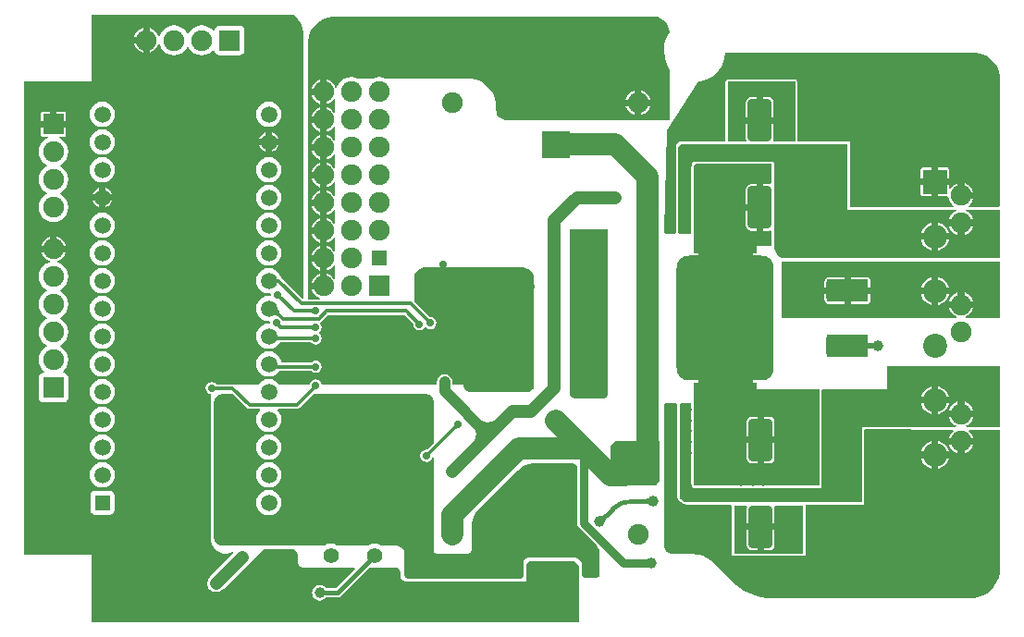
<source format=gtl>
G04 Layer_Physical_Order=1*
G04 Layer_Color=16776960*
%FSLAX43Y43*%
%MOMM*%
G71*
G01*
G75*
%ADD10C,0.400*%
G04:AMPARAMS|DCode=11|XSize=2.08mm|YSize=3.81mm|CornerRadius=0.26mm|HoleSize=0mm|Usage=FLASHONLY|Rotation=90.000|XOffset=0mm|YOffset=0mm|HoleType=Round|Shape=RoundedRectangle|*
%AMROUNDEDRECTD11*
21,1,2.080,3.290,0,0,90.0*
21,1,1.560,3.810,0,0,90.0*
1,1,0.520,1.645,0.780*
1,1,0.520,1.645,-0.780*
1,1,0.520,-1.645,-0.780*
1,1,0.520,-1.645,0.780*
%
%ADD11ROUNDEDRECTD11*%
G04:AMPARAMS|DCode=12|XSize=11.43mm|YSize=8.89mm|CornerRadius=1.111mm|HoleSize=0mm|Usage=FLASHONLY|Rotation=90.000|XOffset=0mm|YOffset=0mm|HoleType=Round|Shape=RoundedRectangle|*
%AMROUNDEDRECTD12*
21,1,11.430,6.668,0,0,90.0*
21,1,9.207,8.890,0,0,90.0*
1,1,2.223,3.334,4.604*
1,1,2.223,3.334,-4.604*
1,1,2.223,-3.334,-4.604*
1,1,2.223,-3.334,4.604*
%
%ADD12ROUNDEDRECTD12*%
G04:AMPARAMS|DCode=13|XSize=2.12mm|YSize=3.86mm|CornerRadius=0.265mm|HoleSize=0mm|Usage=FLASHONLY|Rotation=180.000|XOffset=0mm|YOffset=0mm|HoleType=Round|Shape=RoundedRectangle|*
%AMROUNDEDRECTD13*
21,1,2.120,3.330,0,0,180.0*
21,1,1.590,3.860,0,0,180.0*
1,1,0.530,-0.795,1.665*
1,1,0.530,0.795,1.665*
1,1,0.530,0.795,-1.665*
1,1,0.530,-0.795,-1.665*
%
%ADD13ROUNDEDRECTD13*%
%ADD14C,1.200*%
%ADD15C,1.000*%
%ADD16C,0.300*%
%ADD17C,2.000*%
%ADD18C,0.750*%
%ADD19C,0.500*%
%ADD20C,2.200*%
%ADD21R,2.200X2.200*%
%ADD22C,1.900*%
%ADD23R,1.900X1.900*%
%ADD24R,1.900X1.900*%
%ADD25R,1.400X1.400*%
%ADD26C,1.500*%
%ADD27C,1.400*%
%ADD28R,1.400X1.400*%
%ADD29C,1.000*%
%ADD30C,0.700*%
G36*
X89495Y33200D02*
Y28000D01*
X86454D01*
X86358Y28040D01*
Y28177D01*
X86523Y28246D01*
X86763Y28430D01*
X86947Y28670D01*
X87063Y28950D01*
X87063Y28950D01*
X85943D01*
X84823D01*
X84823Y28950D01*
X84938Y28670D01*
X85123Y28430D01*
X85363Y28246D01*
X85528Y28177D01*
Y28040D01*
X85432Y28000D01*
X69500D01*
X69500Y33200D01*
X89495Y33200D01*
D02*
G37*
G36*
X58367Y13364D02*
X58367D01*
X58367Y13295D01*
X58340Y13160D01*
X58287Y13033D01*
X58211Y12918D01*
X58113Y12821D01*
X57999Y12744D01*
X57871Y12691D01*
X57736Y12664D01*
X53867D01*
X53867Y16084D01*
X53867Y16084D01*
X53878Y16207D01*
X53893Y16283D01*
X53944Y16406D01*
X54019Y16518D01*
X54113Y16612D01*
X54225Y16687D01*
X54349Y16738D01*
X54480Y16764D01*
X54547Y16764D01*
X58367Y16764D01*
X58367Y13364D01*
D02*
G37*
G36*
X68567Y42164D02*
Y40351D01*
X68440Y40272D01*
X68306Y40298D01*
X67811D01*
Y38159D01*
Y36020D01*
X68306D01*
X68440Y36047D01*
X68567Y35968D01*
Y34600D01*
X67267Y34600D01*
Y33926D01*
X66880D01*
Y28000D01*
Y22074D01*
X67267D01*
Y21500D01*
X72967Y21500D01*
X72967Y12754D01*
X72877Y12664D01*
X61667Y12664D01*
X61627Y12664D01*
X61554Y12695D01*
X61497Y12751D01*
X61467Y12824D01*
X61467Y12864D01*
Y15618D01*
X61473Y15664D01*
X61467Y15710D01*
Y16618D01*
X61473Y16664D01*
X61467Y16710D01*
Y17618D01*
X61473Y17664D01*
X61467Y17710D01*
Y18618D01*
X61473Y18664D01*
X61467Y18710D01*
Y19618D01*
X61473Y19664D01*
X61467Y19710D01*
Y22074D01*
X61880D01*
Y28000D01*
Y33926D01*
X61467D01*
Y41864D01*
Y41924D01*
X61513Y42034D01*
X61597Y42119D01*
X61707Y42164D01*
X61767Y42164D01*
X61767Y42164D01*
X68567Y42164D01*
D02*
G37*
G36*
X50117Y42664D02*
X47617D01*
Y45164D01*
X47617Y45164D01*
X50117D01*
Y42664D01*
D02*
G37*
G36*
X70767Y49664D02*
X70767Y44164D01*
X68802Y44164D01*
X68792Y44184D01*
X68748Y44291D01*
X68781Y44454D01*
Y45819D01*
X67511D01*
X66242D01*
Y44454D01*
X66275Y44291D01*
X66231Y44184D01*
X66220Y44164D01*
X64567Y44164D01*
X64567Y49664D01*
X70767Y49664D01*
D02*
G37*
G36*
X26617Y28419D02*
X26597Y28437D01*
X26576Y28453D01*
X26553Y28467D01*
X26528Y28480D01*
X26501Y28490D01*
X26473Y28499D01*
X26442Y28505D01*
X26410Y28510D01*
X26376Y28513D01*
X26341Y28514D01*
Y28814D01*
X26376Y28815D01*
X26410Y28818D01*
X26442Y28823D01*
X26473Y28829D01*
X26501Y28838D01*
X26528Y28848D01*
X26553Y28861D01*
X26576Y28875D01*
X26597Y28891D01*
X26617Y28909D01*
Y28419D01*
D02*
G37*
G36*
X18367Y21064D02*
X19281D01*
X20548Y19798D01*
X20663Y19720D01*
X20800Y19693D01*
X21731D01*
X21771Y19573D01*
X21762Y19565D01*
X21577Y19325D01*
X21462Y19045D01*
X21422Y18745D01*
X21462Y18445D01*
X21577Y18165D01*
X21762Y17925D01*
X22002Y17741D01*
X22282Y17625D01*
X22582Y17585D01*
X22882Y17625D01*
X23162Y17741D01*
X23402Y17925D01*
X23586Y18165D01*
X23702Y18445D01*
X23742Y18745D01*
X23702Y19045D01*
X23586Y19325D01*
X23402Y19565D01*
X23392Y19573D01*
X23433Y19693D01*
X25125D01*
X25262Y19720D01*
X25377Y19798D01*
X26644Y21064D01*
X36967D01*
Y21064D01*
X37036Y21064D01*
X37171Y21037D01*
X37299Y20985D01*
X37413Y20908D01*
X37511Y20811D01*
X37587Y20696D01*
X37640Y20569D01*
X37667Y20433D01*
X37667Y16569D01*
X37064Y15966D01*
X37017Y15975D01*
X36802Y15932D01*
X36620Y15811D01*
X36499Y15629D01*
X36456Y15414D01*
X36499Y15200D01*
X36620Y15018D01*
X36802Y14896D01*
X37017Y14854D01*
X37232Y14896D01*
X37413Y15018D01*
X37535Y15200D01*
X37540Y15224D01*
X37667Y15212D01*
X37667Y12664D01*
X37667Y6764D01*
X37673Y6706D01*
X37718Y6598D01*
X37800Y6515D01*
X37908Y6470D01*
X37967Y6464D01*
X40767Y6464D01*
X40845Y6472D01*
X40989Y6532D01*
X41100Y6642D01*
X41159Y6786D01*
X41167Y6864D01*
X41167Y8940D01*
X41167Y9165D01*
X41255Y9606D01*
X41427Y10021D01*
X41677Y10395D01*
X41836Y10554D01*
X45377Y14096D01*
X45377D01*
X45377Y14096D01*
X45536Y14255D01*
X45910Y14504D01*
X46325Y14677D01*
X46766Y14764D01*
X46991Y14764D01*
X50267Y14764D01*
Y14764D01*
X50366Y14764D01*
X50550Y14688D01*
X50691Y14548D01*
X50767Y14364D01*
X50767Y14264D01*
X50767Y11946D01*
Y9406D01*
X50771Y9325D01*
X50781Y9276D01*
Y9264D01*
X50825Y9040D01*
X50952Y8850D01*
X52558Y7245D01*
X52679Y7062D01*
X52804Y6762D01*
X52867Y6444D01*
X52867Y6281D01*
X52867Y4564D01*
X52867D01*
X52867Y4505D01*
X52821Y4394D01*
X52737Y4310D01*
X52627Y4264D01*
X52567Y4264D01*
X51567Y4264D01*
X51507Y4264D01*
X51397Y4310D01*
X51313Y4394D01*
X51267Y4505D01*
X51267Y4564D01*
X51267Y5450D01*
X51267D01*
X51255Y5570D01*
X51164Y5791D01*
X50994Y5961D01*
X50773Y6052D01*
X50653Y6064D01*
X46267Y6064D01*
Y6064D01*
X46189Y6057D01*
X46045Y5997D01*
X45934Y5887D01*
X45875Y5742D01*
X45867Y5664D01*
X45867Y4464D01*
X45867D01*
Y4405D01*
X45821Y4294D01*
X45737Y4210D01*
X45627Y4164D01*
X45567D01*
X35367Y4164D01*
X35287D01*
X35140Y4225D01*
X35028Y4338D01*
X34967Y4485D01*
X34967Y6564D01*
X34967D01*
X34955Y6681D01*
X34866Y6898D01*
X34700Y7063D01*
X34484Y7153D01*
X34367Y7164D01*
X32901D01*
X32822Y7225D01*
X32554Y7336D01*
X32267Y7374D01*
X31980Y7336D01*
X31712Y7225D01*
X31633Y7164D01*
X28901D01*
X28822Y7225D01*
X28554Y7336D01*
X28267Y7374D01*
X27980Y7336D01*
X27712Y7225D01*
X27633Y7164D01*
X18367Y7164D01*
X18288D01*
X18134Y7195D01*
X17988Y7255D01*
X17857Y7343D01*
X17746Y7454D01*
X17658Y7585D01*
X17598Y7731D01*
X17567Y7885D01*
Y12664D01*
Y20264D01*
X17567Y20343D01*
X17598Y20498D01*
X17658Y20643D01*
X17746Y20774D01*
X17857Y20886D01*
X17988Y20973D01*
X18134Y21034D01*
X18288Y21064D01*
X18367Y21064D01*
D02*
G37*
G36*
X23333Y29022D02*
X23506Y28591D01*
X23537Y28532D01*
X23568Y28481D01*
X23599Y28439D01*
X23628Y28405D01*
X23488Y28121D01*
X23441Y28162D01*
X23389Y28196D01*
X23334Y28222D01*
X23274Y28241D01*
X23210Y28252D01*
X23141Y28256D01*
X23069Y28252D01*
X22992Y28241D01*
X22911Y28222D01*
X22825Y28196D01*
X23296Y29134D01*
X23333Y29022D01*
D02*
G37*
G36*
X59767Y20264D02*
X59803Y20264D01*
X59869Y20237D01*
X59910Y20196D01*
X59947Y20084D01*
Y20084D01*
X59947Y19965D01*
X59947Y11864D01*
X59951Y11776D01*
X59986Y11603D01*
X60053Y11440D01*
X60151Y11293D01*
X60276Y11169D01*
X60423Y11071D01*
X60455Y11057D01*
X60457Y11055D01*
X60585Y11003D01*
X60604Y10999D01*
X60623Y10991D01*
X60758Y10964D01*
X60778Y10964D01*
X60798Y10960D01*
X60867Y10960D01*
X64877Y10960D01*
X64963Y10864D01*
X64963Y6464D01*
X64967Y6445D01*
Y6264D01*
X65147D01*
X65167Y6260D01*
X71378Y6260D01*
X71378Y6260D01*
X71379Y6260D01*
X71398Y6264D01*
X71686D01*
X71686Y10960D01*
X76767Y10960D01*
X76787Y10964D01*
X76967D01*
X76986Y10966D01*
X77022Y10981D01*
X77050Y11009D01*
X77065Y11045D01*
X77067Y11064D01*
X77067Y11064D01*
Y11238D01*
X77071Y11258D01*
X77071Y11258D01*
X77071Y11258D01*
X77071Y11265D01*
Y17794D01*
X77082Y17821D01*
X77110Y17849D01*
X77138Y17860D01*
X77651D01*
X85212Y17799D01*
X85254Y17671D01*
X85123Y17570D01*
X84938Y17330D01*
X84823Y17051D01*
X84823Y17050D01*
X85943D01*
X87063D01*
X87063Y17051D01*
X86947Y17330D01*
X86763Y17570D01*
X86646Y17660D01*
X86690Y17787D01*
X89495Y17764D01*
X89495Y4995D01*
X89495Y4740D01*
X89395Y4242D01*
X89201Y3773D01*
X88919Y3350D01*
X88559Y2991D01*
X88137Y2708D01*
X87667Y2514D01*
X87169Y2415D01*
X86915Y2415D01*
X86915Y2415D01*
Y2415D01*
X68403Y2415D01*
X68179Y2415D01*
X67734Y2459D01*
X67295Y2546D01*
X66867Y2676D01*
X66453Y2847D01*
X66059Y3058D01*
X65687Y3307D01*
X65341Y3590D01*
X65183Y3749D01*
X65183Y3749D01*
X63348Y5583D01*
X63247Y5679D01*
X63032Y5856D01*
X62800Y6010D01*
X62555Y6142D01*
X62297Y6248D01*
X62031Y6329D01*
X61758Y6384D01*
X61481Y6411D01*
X61341Y6414D01*
X61341Y6414D01*
X61341Y6414D01*
X59503Y6414D01*
X59341Y6446D01*
X59189Y6510D01*
X59051Y6601D01*
X58934Y6718D01*
X58843Y6856D01*
X58779Y7008D01*
X58747Y7170D01*
X58747Y7253D01*
X58747D01*
X58747Y10184D01*
X58747Y20045D01*
X58747Y20088D01*
X58781Y20169D01*
X58842Y20231D01*
X58923Y20264D01*
X58967Y20264D01*
X58967Y20264D01*
X59767Y20264D01*
D02*
G37*
G36*
X24969Y55673D02*
X25276Y55367D01*
X25517Y55006D01*
X25682Y54606D01*
X25767Y54181D01*
X25767Y53964D01*
X25767Y53964D01*
X25767Y53964D01*
X25767Y39139D01*
X25767Y29849D01*
X25640Y29796D01*
X23738Y31698D01*
X23706Y31719D01*
X23702Y31746D01*
X23586Y32025D01*
X23402Y32265D01*
X23162Y32450D01*
X22882Y32566D01*
X22582Y32605D01*
X22282Y32566D01*
X22002Y32450D01*
X21762Y32265D01*
X21577Y32025D01*
X21462Y31746D01*
X21422Y31445D01*
X21462Y31145D01*
X21577Y30865D01*
X21762Y30625D01*
X22002Y30441D01*
X22282Y30325D01*
X22582Y30285D01*
X22729Y30305D01*
X22816Y30212D01*
X22806Y30164D01*
X22811Y30139D01*
X22724Y30046D01*
X22582Y30065D01*
X22282Y30026D01*
X22002Y29910D01*
X21762Y29725D01*
X21577Y29485D01*
X21462Y29205D01*
X21422Y28905D01*
X21462Y28605D01*
X21577Y28325D01*
X21762Y28085D01*
X22002Y27901D01*
X22282Y27785D01*
X22582Y27745D01*
X22638Y27753D01*
X22725Y27660D01*
X22706Y27564D01*
X22660Y27515D01*
X22582Y27525D01*
X22282Y27486D01*
X22002Y27370D01*
X21762Y27185D01*
X21577Y26945D01*
X21462Y26666D01*
X21422Y26365D01*
X21462Y26065D01*
X21577Y25785D01*
X21762Y25545D01*
X22002Y25361D01*
X22282Y25245D01*
X22582Y25205D01*
X22882Y25245D01*
X23162Y25361D01*
X23402Y25545D01*
X23586Y25785D01*
X23596Y25807D01*
X26444D01*
X26470Y25768D01*
X26652Y25646D01*
X26867Y25604D01*
X27082Y25646D01*
X27263Y25768D01*
X27385Y25950D01*
X27428Y26164D01*
X27385Y26379D01*
X27263Y26561D01*
X27204Y26601D01*
Y26728D01*
X27263Y26768D01*
X27385Y26950D01*
X27428Y27164D01*
X27385Y27379D01*
X27301Y27504D01*
X27302Y27536D01*
X27333Y27650D01*
X27339Y27658D01*
X27419Y27712D01*
X27958Y28250D01*
X35076D01*
X35815Y27511D01*
X35806Y27464D01*
X35849Y27250D01*
X35970Y27068D01*
X36152Y26946D01*
X36367Y26904D01*
X36582Y26946D01*
X36763Y27068D01*
X36824Y27158D01*
X36970Y27168D01*
X37152Y27046D01*
X37367Y27004D01*
X37582Y27046D01*
X37763Y27168D01*
X37885Y27350D01*
X37928Y27564D01*
X37885Y27779D01*
X37763Y27961D01*
X37582Y28082D01*
X37367Y28125D01*
X37320Y28116D01*
X35867Y29569D01*
X35867Y31763D01*
X35905Y31956D01*
X35981Y32138D01*
X36090Y32302D01*
X36229Y32441D01*
X36393Y32550D01*
X36575Y32626D01*
X36768Y32664D01*
X36867D01*
X36867Y32664D01*
X45767Y32664D01*
X45875D01*
X46088Y32622D01*
X46288Y32539D01*
X46468Y32419D01*
X46621Y32265D01*
X46742Y32085D01*
X46825Y31885D01*
X46865Y31683D01*
X46867Y31566D01*
Y31564D01*
X46867Y31564D01*
X46867Y31564D01*
X46867Y21964D01*
X46867Y21895D01*
X46840Y21760D01*
X46787Y21633D01*
X46711Y21518D01*
X46613Y21421D01*
X46499Y21344D01*
X46371Y21291D01*
X46290Y21275D01*
X46223Y21269D01*
X46167Y21264D01*
Y21264D01*
X40998Y21264D01*
X40863Y21291D01*
X40735Y21344D01*
X40621Y21421D01*
X40523Y21518D01*
X40447Y21633D01*
X40394Y21760D01*
X40367Y21895D01*
X40367Y21964D01*
X39373D01*
Y22164D01*
X39349Y22347D01*
X39278Y22517D01*
X39166Y22664D01*
X39020Y22776D01*
X38850Y22846D01*
X38667Y22870D01*
X38484Y22846D01*
X38314Y22776D01*
X38168Y22664D01*
X38056Y22517D01*
X37985Y22347D01*
X37961Y22164D01*
Y21964D01*
X27408D01*
X27385Y22079D01*
X27263Y22261D01*
X27082Y22382D01*
X26867Y22425D01*
X26652Y22382D01*
X26470Y22261D01*
X26349Y22079D01*
X26326Y21964D01*
X23510D01*
X23402Y22105D01*
X23162Y22290D01*
X22882Y22406D01*
X22582Y22445D01*
X22282Y22406D01*
X22002Y22290D01*
X21762Y22105D01*
X21653Y21964D01*
X19270D01*
X19236Y21971D01*
X17790D01*
X17763Y22011D01*
X17582Y22132D01*
X17367Y22175D01*
X17152Y22132D01*
X16970Y22011D01*
X16849Y21829D01*
X16806Y21614D01*
X16849Y21400D01*
X16970Y21218D01*
X17152Y21096D01*
X17267Y21073D01*
X17267Y7792D01*
X17275Y7626D01*
X17354Y7303D01*
X17510Y7010D01*
X17734Y6764D01*
X17867Y6664D01*
X18017Y6580D01*
X18343Y6472D01*
X18686Y6447D01*
X19024Y6509D01*
X19184Y6571D01*
X19254Y6603D01*
X19304Y6623D01*
X19376Y6514D01*
X18502Y5641D01*
X17205Y4343D01*
X17205Y4343D01*
X17196Y4335D01*
X17068Y4168D01*
X16988Y3973D01*
X16960Y3764D01*
X16967Y3712D01*
Y3664D01*
X16967Y3595D01*
X16994Y3460D01*
X17047Y3333D01*
X17123Y3218D01*
X17221Y3121D01*
X17335Y3044D01*
X17463Y2991D01*
X17598Y2964D01*
X17667Y2964D01*
X17715D01*
X17767Y2957D01*
X17976Y2985D01*
X18170Y3065D01*
X18193Y3083D01*
X18239Y3102D01*
X18436Y3234D01*
X18521Y3318D01*
X22067Y6864D01*
X22194Y6864D01*
X24667Y6864D01*
X24786Y6864D01*
X25007Y6773D01*
X25176Y6604D01*
X25267Y6384D01*
X25267Y6264D01*
X25267D01*
X25267Y6264D01*
X25267Y5664D01*
X25277Y5567D01*
X25351Y5386D01*
X25489Y5249D01*
X25669Y5174D01*
X25767Y5164D01*
X28195D01*
X28267Y5155D01*
X28339Y5164D01*
X30424Y5164D01*
X30473Y5047D01*
X28698Y3272D01*
X27811D01*
X27741Y3364D01*
X27595Y3476D01*
X27425Y3546D01*
X27242Y3570D01*
X27059Y3546D01*
X26889Y3476D01*
X26743Y3364D01*
X26630Y3217D01*
X26560Y3047D01*
X26536Y2864D01*
X26560Y2682D01*
X26630Y2511D01*
X26743Y2365D01*
X26889Y2253D01*
X27059Y2182D01*
X27242Y2158D01*
X27425Y2182D01*
X27595Y2253D01*
X27741Y2365D01*
X27811Y2456D01*
X28867D01*
X28867Y2456D01*
X29023Y2487D01*
X29155Y2576D01*
X31744Y5164D01*
X32195D01*
X32267Y5155D01*
X32339Y5164D01*
X34167D01*
X34266Y5164D01*
X34450Y5088D01*
X34591Y4948D01*
X34660Y4781D01*
X34667Y4664D01*
Y4664D01*
X34667D01*
X34667Y4664D01*
X34667Y4364D01*
X34677Y4267D01*
X34751Y4086D01*
X34889Y3949D01*
X35069Y3874D01*
X35167Y3864D01*
X45867Y3864D01*
X45925Y3870D01*
X46034Y3915D01*
X46116Y3998D01*
X46161Y4106D01*
X46167Y4164D01*
X46167Y4164D01*
X46167Y5441D01*
X46226Y5583D01*
X46334Y5692D01*
X46476Y5750D01*
X46553D01*
X46553Y5750D01*
X50281Y5750D01*
X50349Y5750D01*
X50481Y5724D01*
X50606Y5672D01*
X50718Y5597D01*
X50814Y5502D01*
X50889Y5389D01*
X50941Y5264D01*
X50967Y5132D01*
X50967Y5064D01*
X50967D01*
X50967Y299D01*
X50877Y209D01*
X6336D01*
X6336Y6364D01*
X209Y6364D01*
Y49664D01*
X6367D01*
Y55791D01*
X24793D01*
X24969Y55673D01*
D02*
G37*
G36*
X87036Y52364D02*
X87036Y52364D01*
X87036Y52364D01*
X87278Y52364D01*
X87753Y52270D01*
X88200Y52084D01*
X88603Y51815D01*
X88946Y51473D01*
X89215Y51070D01*
X89400Y50623D01*
X89495Y50148D01*
Y49905D01*
X89495Y38295D01*
X89368Y38168D01*
X86630D01*
X86587Y38295D01*
X86763Y38430D01*
X86947Y38670D01*
X87063Y38950D01*
X87063Y38950D01*
X85943D01*
Y39250D01*
X85643D01*
Y40371D01*
X85643Y40371D01*
X85363Y40255D01*
X85123Y40070D01*
X84974Y39876D01*
X84847Y39920D01*
Y40200D01*
X83843D01*
Y39196D01*
X84643D01*
X84662Y39200D01*
X84787Y39130D01*
X84801Y39112D01*
X84823Y38950D01*
X84938Y38670D01*
X85123Y38430D01*
X85299Y38295D01*
X85255Y38168D01*
X75771Y38168D01*
X75771Y43964D01*
X75767Y43984D01*
Y44164D01*
X75587D01*
X75567Y44168D01*
X70971Y44168D01*
X70971Y44845D01*
X70973Y44864D01*
X70971Y44884D01*
X70971Y46044D01*
X70973Y46064D01*
X70971Y46084D01*
X70971Y47244D01*
X70973Y47264D01*
X70971Y47284D01*
X70971Y49664D01*
X70955Y49742D01*
X70911Y49808D01*
X70845Y49853D01*
X70767Y49868D01*
X64567Y49868D01*
X64489Y49853D01*
X64423Y49808D01*
X64379Y49742D01*
X64363Y49664D01*
X64363Y44168D01*
X60467Y44168D01*
X60388Y44168D01*
X60387Y44168D01*
X60387Y44168D01*
X60367Y44164D01*
X60167D01*
X60167Y44164D01*
X60108Y44158D01*
X60000Y44114D01*
X59917Y44031D01*
X59873Y43923D01*
X59867Y43864D01*
X59867Y43664D01*
X59863Y43644D01*
X59863Y43644D01*
X59863Y43644D01*
X59863Y43564D01*
Y35964D01*
X59863Y35925D01*
X59863Y35925D01*
X59863Y35925D01*
X59864Y35918D01*
X59836Y35851D01*
X59780Y35795D01*
X59707Y35764D01*
X58967Y35764D01*
X58927Y35764D01*
X58854Y35795D01*
X58797Y35851D01*
X58767Y35924D01*
X58767Y35964D01*
X59023Y45186D01*
X61864Y49686D01*
X62002Y49698D01*
X62408Y49792D01*
X62795Y49946D01*
X63155Y50156D01*
X63480Y50417D01*
X63762Y50723D01*
X63996Y51068D01*
X64176Y51444D01*
X64299Y51842D01*
X64360Y52254D01*
Y52364D01*
X87036Y52364D01*
D02*
G37*
G36*
X53567Y21064D02*
X53567Y20985D01*
X53506Y20838D01*
X53394Y20725D01*
X53287Y20681D01*
X53167Y20664D01*
X50617Y20664D01*
X50527Y20664D01*
X50362Y20733D01*
X50235Y20859D01*
X50167Y21025D01*
X50167Y21114D01*
X50167Y36164D01*
X53567Y36164D01*
X53567Y21064D01*
D02*
G37*
G36*
X39863Y17914D02*
X39837Y17913D01*
X39810Y17910D01*
X39784Y17903D01*
X39758Y17894D01*
X39731Y17883D01*
X39705Y17869D01*
X39679Y17852D01*
X39653Y17833D01*
X39627Y17811D01*
X39601Y17786D01*
X39389Y17998D01*
X39413Y18024D01*
X39435Y18050D01*
X39455Y18076D01*
X39471Y18102D01*
X39486Y18129D01*
X39497Y18155D01*
X39506Y18181D01*
X39512Y18208D01*
X39516Y18234D01*
X39517Y18261D01*
X39863Y17914D01*
D02*
G37*
G36*
X23618Y27534D02*
X23622Y27508D01*
X23628Y27481D01*
X23637Y27455D01*
X23648Y27429D01*
X23662Y27402D01*
X23679Y27376D01*
X23699Y27350D01*
X23721Y27324D01*
X23745Y27298D01*
X23533Y27086D01*
X23507Y27111D01*
X23481Y27133D01*
X23455Y27152D01*
X23429Y27169D01*
X23403Y27183D01*
X23376Y27194D01*
X23350Y27203D01*
X23324Y27209D01*
X23297Y27213D01*
X23271Y27214D01*
X23617Y27561D01*
X23618Y27534D01*
D02*
G37*
G36*
X26617Y26919D02*
X26597Y26937D01*
X26576Y26953D01*
X26553Y26968D01*
X26528Y26980D01*
X26501Y26991D01*
X26473Y26999D01*
X26443Y27006D01*
X26410Y27010D01*
X26376Y27013D01*
X26341Y27014D01*
Y27314D01*
X26376Y27315D01*
X26410Y27318D01*
X26443Y27323D01*
X26473Y27329D01*
X26501Y27338D01*
X26528Y27348D01*
X26553Y27361D01*
X26576Y27375D01*
X26597Y27391D01*
X26617Y27409D01*
Y26919D01*
D02*
G37*
G36*
X42717Y17314D02*
X41091Y16536D01*
X41245Y16705D01*
X41368Y16870D01*
X41460Y17033D01*
X41521Y17193D01*
X41550Y17350D01*
X41549Y17504D01*
X41516Y17655D01*
X41453Y17804D01*
X41358Y17949D01*
X41232Y18092D01*
X41939Y18799D01*
X42082Y18673D01*
X42228Y18579D01*
X42376Y18515D01*
X42527Y18482D01*
X42682Y18481D01*
X42839Y18511D01*
X42998Y18572D01*
X43161Y18663D01*
X43326Y18786D01*
X43495Y18941D01*
X42717Y17314D01*
D02*
G37*
G36*
X23718Y30134D02*
X23722Y30108D01*
X23728Y30081D01*
X23737Y30055D01*
X23748Y30029D01*
X23762Y30002D01*
X23779Y29976D01*
X23799Y29950D01*
X23821Y29924D01*
X23845Y29898D01*
X23633Y29686D01*
X23607Y29711D01*
X23581Y29733D01*
X23555Y29752D01*
X23529Y29769D01*
X23503Y29783D01*
X23476Y29794D01*
X23450Y29803D01*
X23424Y29810D01*
X23397Y29813D01*
X23370Y29814D01*
X23717Y30161D01*
X23718Y30134D01*
D02*
G37*
G36*
X57667Y55664D02*
Y55664D01*
X57825Y55664D01*
X58134Y55603D01*
X58425Y55482D01*
X58687Y55307D01*
X58910Y55084D01*
X59085Y54822D01*
X59205Y54531D01*
X59267Y54222D01*
Y54202D01*
X59218Y54141D01*
X59023Y53805D01*
X58879Y53445D01*
X58791Y53067D01*
X58760Y52680D01*
X58786Y52292D01*
X58828Y52103D01*
X58828Y51884D01*
X58908Y51453D01*
X59066Y51044D01*
X59267Y50717D01*
X59267Y46164D01*
X44367Y46164D01*
X44268Y46164D01*
X44075Y46203D01*
X43893Y46278D01*
X43729Y46388D01*
X43590Y46527D01*
X43481Y46691D01*
X43405Y46873D01*
X43367Y47066D01*
X43367Y47164D01*
Y47424D01*
X43355Y47673D01*
X43258Y48162D01*
X43067Y48622D01*
X42790Y49036D01*
X42438Y49388D01*
X42024Y49664D01*
X41564Y49855D01*
X41076Y49952D01*
X40827Y49964D01*
X33249D01*
X33019Y50060D01*
X32667Y50106D01*
X32315Y50060D01*
X32085Y49964D01*
X30709D01*
X30479Y50060D01*
X30127Y50106D01*
X29775Y50060D01*
X29446Y49924D01*
X29164Y49707D01*
X28948Y49425D01*
X28917Y49351D01*
X28832Y49224D01*
X28801Y49150D01*
X28664D01*
X28591Y49324D01*
X28407Y49564D01*
X28167Y49749D01*
X27887Y49865D01*
X27887Y49865D01*
Y48744D01*
Y47624D01*
X27887Y47624D01*
X28167Y47740D01*
X28407Y47924D01*
X28540Y48097D01*
X28667Y48054D01*
Y46895D01*
X28540Y46851D01*
X28407Y47024D01*
X28167Y47209D01*
X27887Y47325D01*
X27887Y47325D01*
Y46204D01*
Y45084D01*
X27887Y45084D01*
X28167Y45200D01*
X28407Y45384D01*
X28540Y45557D01*
X28667Y45514D01*
Y44355D01*
X28540Y44311D01*
X28407Y44484D01*
X28167Y44669D01*
X27887Y44785D01*
X27887Y44785D01*
Y43664D01*
Y42544D01*
X27887Y42544D01*
X28167Y42660D01*
X28407Y42844D01*
X28540Y43017D01*
X28667Y42974D01*
Y41815D01*
X28540Y41771D01*
X28407Y41944D01*
X28167Y42129D01*
X27887Y42245D01*
X27887Y42245D01*
Y41124D01*
Y40004D01*
X27887Y40004D01*
X28167Y40120D01*
X28407Y40304D01*
X28540Y40477D01*
X28667Y40434D01*
Y39275D01*
X28540Y39231D01*
X28407Y39404D01*
X28167Y39589D01*
X27887Y39705D01*
X27887Y39705D01*
Y38584D01*
Y37464D01*
X27887Y37464D01*
X28167Y37580D01*
X28407Y37764D01*
X28540Y37937D01*
X28667Y37894D01*
Y36735D01*
X28540Y36691D01*
X28407Y36864D01*
X28167Y37049D01*
X27887Y37165D01*
X27887Y37165D01*
Y36044D01*
Y34924D01*
X27887Y34924D01*
X28167Y35040D01*
X28407Y35224D01*
X28540Y35397D01*
X28667Y35354D01*
Y34195D01*
X28540Y34151D01*
X28407Y34324D01*
X28167Y34509D01*
X27887Y34625D01*
X27887Y34625D01*
Y33504D01*
Y32384D01*
X27887Y32384D01*
X28167Y32500D01*
X28407Y32684D01*
X28540Y32857D01*
X28667Y32814D01*
Y31655D01*
X28540Y31611D01*
X28407Y31784D01*
X28167Y31969D01*
X27887Y32085D01*
X27887Y32085D01*
Y30964D01*
X27587D01*
Y30664D01*
X26467D01*
X26467Y30664D01*
X26582Y30384D01*
X26767Y30144D01*
X27007Y29960D01*
X27287Y29844D01*
X27265Y29721D01*
X26167D01*
Y53124D01*
Y53374D01*
X26265Y53865D01*
X26456Y54327D01*
X26734Y54743D01*
X27088Y55097D01*
X27504Y55375D01*
X27966Y55567D01*
X28457Y55664D01*
X29867D01*
X57667Y55664D01*
D02*
G37*
G36*
X60467Y43964D02*
X64547Y43964D01*
X64567Y43960D01*
X66220Y43960D01*
X66240Y43964D01*
X68783Y43964D01*
X68802Y43960D01*
X70767Y43960D01*
X70787Y43964D01*
X75567Y43964D01*
X75567Y37964D01*
X85520Y37964D01*
X85528Y37961D01*
Y37823D01*
X85363Y37755D01*
X85123Y37570D01*
X84938Y37330D01*
X84823Y37050D01*
X84823Y37050D01*
X85943D01*
X87063D01*
X87063Y37050D01*
X86947Y37330D01*
X86763Y37570D01*
X86523Y37755D01*
X86358Y37823D01*
Y37961D01*
X86366Y37964D01*
X89495D01*
X89495Y33500D01*
X69831D01*
X69831Y33500D01*
X69736Y33500D01*
X69550Y33537D01*
X69374Y33610D01*
X69217Y33715D01*
X69082Y33850D01*
X68977Y34008D01*
X68904Y34183D01*
X68867Y34369D01*
X68867Y34464D01*
X68867Y42064D01*
X68867Y42064D01*
X68867Y42064D01*
X68867Y42065D01*
X68861Y42123D01*
X68816Y42231D01*
X68734Y42314D01*
X68654Y42347D01*
X68645Y42353D01*
X68635Y42355D01*
X68625Y42359D01*
X68606Y42360D01*
X68567Y42368D01*
X61767Y42368D01*
X61767Y42368D01*
X61707Y42368D01*
X61688Y42364D01*
X61567D01*
Y42364D01*
X61508Y42359D01*
X61400Y42314D01*
X61318Y42231D01*
X61273Y42123D01*
X61267Y42064D01*
Y41944D01*
X61263Y41924D01*
Y35915D01*
X61236Y35851D01*
X61180Y35795D01*
X61107Y35764D01*
X60267Y35764D01*
X60227Y35764D01*
X60154Y35795D01*
X60097Y35851D01*
X60067Y35925D01*
X60067Y35964D01*
Y43564D01*
X60067Y43644D01*
X60128Y43791D01*
X60240Y43903D01*
X60387Y43964D01*
X60467Y43964D01*
D02*
G37*
G36*
X57410Y10914D02*
X57379Y10943D01*
X57347Y10968D01*
X57312Y10991D01*
X57275Y11010D01*
X57236Y11027D01*
X57195Y11040D01*
X57152Y11051D01*
X57106Y11058D01*
X57058Y11063D01*
X57009Y11064D01*
Y11464D01*
X57058Y11466D01*
X57106Y11470D01*
X57152Y11478D01*
X57195Y11488D01*
X57236Y11502D01*
X57275Y11518D01*
X57312Y11538D01*
X57347Y11560D01*
X57379Y11586D01*
X57410Y11614D01*
Y10914D01*
D02*
G37*
G36*
X89495Y23664D02*
X89495Y18064D01*
X86417Y18064D01*
X86391Y18191D01*
X86523Y18246D01*
X86763Y18430D01*
X86947Y18670D01*
X87063Y18950D01*
X87063Y18950D01*
X85943D01*
X84823D01*
X84823Y18950D01*
X84938Y18670D01*
X85123Y18430D01*
X85363Y18246D01*
X85495Y18191D01*
X85469Y18064D01*
X76967Y18064D01*
X76947Y18062D01*
X76911Y18048D01*
X76884Y18020D01*
X76869Y17984D01*
X76867Y17964D01*
Y11264D01*
X76867Y11258D01*
X76792Y11183D01*
X76767Y11164D01*
X60867Y11164D01*
X60798Y11164D01*
X60663Y11191D01*
X60535Y11244D01*
X60421Y11321D01*
X60323Y11418D01*
X60247Y11533D01*
X60194Y11660D01*
X60167Y11795D01*
X60167Y11864D01*
Y12264D01*
X60167Y20104D01*
X60197Y20178D01*
X60254Y20234D01*
X60327Y20264D01*
X60367D01*
X60367Y20264D01*
X61067Y20264D01*
X61107Y20264D01*
X61180Y20234D01*
X61236Y20178D01*
X61263Y20113D01*
Y19710D01*
X61266Y19697D01*
X61265Y19684D01*
X61267Y19667D01*
Y19662D01*
X61265Y19645D01*
X61266Y19632D01*
X61263Y19618D01*
Y18710D01*
X61266Y18697D01*
X61265Y18684D01*
X61267Y18667D01*
Y18662D01*
X61265Y18645D01*
X61266Y18632D01*
X61263Y18618D01*
Y17710D01*
X61266Y17697D01*
X61265Y17684D01*
X61267Y17667D01*
Y17662D01*
X61265Y17645D01*
X61266Y17632D01*
X61263Y17618D01*
Y16710D01*
X61266Y16697D01*
X61265Y16684D01*
X61267Y16667D01*
Y16662D01*
X61265Y16645D01*
X61266Y16632D01*
X61263Y16618D01*
Y15710D01*
X61266Y15697D01*
X61265Y15684D01*
X61267Y15667D01*
Y15662D01*
X61265Y15645D01*
X61266Y15632D01*
X61263Y15618D01*
Y12864D01*
X61263Y12825D01*
X61263Y12825D01*
X61263Y12824D01*
X61267Y12805D01*
Y12664D01*
X61271Y12625D01*
X61301Y12553D01*
X61356Y12498D01*
X61428Y12468D01*
X61467Y12464D01*
X61607D01*
X61627Y12460D01*
X61627Y12460D01*
X61627Y12460D01*
X61667Y12460D01*
X65751Y12460D01*
X65767Y12458D01*
X65783Y12460D01*
X66851Y12460D01*
X66867Y12458D01*
X66883Y12460D01*
X67851D01*
X67867Y12458D01*
X67883Y12460D01*
X72877Y12460D01*
X72877Y12460D01*
X72897Y12464D01*
X73167D01*
Y12734D01*
X73171Y12754D01*
X73171Y21410D01*
X73261Y21500D01*
X79143D01*
Y23664D01*
X89495Y23664D01*
D02*
G37*
G36*
X71468Y6554D02*
X71378Y6464D01*
X65167Y6464D01*
X65167Y10864D01*
X66320Y10864D01*
X66330Y10846D01*
X66374Y10737D01*
X66342Y10574D01*
Y9209D01*
X68880D01*
Y10574D01*
X68848Y10737D01*
X68892Y10845D01*
X68902Y10864D01*
X71460Y10864D01*
X71468Y6554D01*
D02*
G37*
G36*
X23313Y31619D02*
X23319Y31614D01*
X23329Y31610D01*
X23342Y31606D01*
X23358Y31603D01*
X23377Y31600D01*
X23425Y31596D01*
X23486Y31595D01*
Y31295D01*
X23454Y31295D01*
X23358Y31288D01*
X23342Y31285D01*
X23329Y31281D01*
X23319Y31276D01*
X23313Y31271D01*
X23310Y31266D01*
Y31625D01*
X23313Y31619D01*
D02*
G37*
G36*
X53545Y9759D02*
X53510Y9723D01*
X53480Y9686D01*
X53453Y9648D01*
X53430Y9610D01*
X53410Y9572D01*
X53394Y9532D01*
X53382Y9493D01*
X53373Y9452D01*
X53368Y9411D01*
X53367Y9369D01*
X52872Y9864D01*
X52914Y9866D01*
X52955Y9871D01*
X52995Y9879D01*
X53035Y9892D01*
X53074Y9908D01*
X53113Y9927D01*
X53151Y9950D01*
X53189Y9977D01*
X53225Y10008D01*
X53262Y10042D01*
X53545Y9759D01*
D02*
G37*
%LPC*%
G36*
X75260Y31789D02*
X73915D01*
X73736Y31753D01*
X73583Y31652D01*
X73482Y31499D01*
X73446Y31320D01*
Y30840D01*
X75260D01*
Y31789D01*
D02*
G37*
G36*
X77205D02*
X75860D01*
Y30840D01*
X77674D01*
Y31320D01*
X77638Y31499D01*
X77537Y31652D01*
X77384Y31753D01*
X77205Y31789D01*
D02*
G37*
G36*
X83843Y31772D02*
Y30800D01*
X84815D01*
X84810Y30839D01*
X84679Y31156D01*
X84470Y31427D01*
X84199Y31636D01*
X83882Y31767D01*
X83843Y31772D01*
D02*
G37*
G36*
X83243Y30200D02*
X82271D01*
X82276Y30161D01*
X82407Y29844D01*
X82616Y29573D01*
X82887Y29364D01*
X83204Y29233D01*
X83243Y29228D01*
Y30200D01*
D02*
G37*
G36*
X77674Y30240D02*
X75860D01*
Y29291D01*
X77205D01*
X77384Y29327D01*
X77537Y29428D01*
X77638Y29581D01*
X77674Y29760D01*
Y30240D01*
D02*
G37*
G36*
X75260D02*
X73446D01*
Y29760D01*
X73482Y29581D01*
X73583Y29428D01*
X73736Y29327D01*
X73915Y29291D01*
X75260D01*
Y30240D01*
D02*
G37*
G36*
X84815Y30200D02*
X83843D01*
Y29228D01*
X83882Y29233D01*
X84199Y29364D01*
X84470Y29573D01*
X84679Y29844D01*
X84810Y30161D01*
X84815Y30200D01*
D02*
G37*
G36*
X85643Y30371D02*
X85643Y30371D01*
X85363Y30255D01*
X85123Y30070D01*
X84938Y29830D01*
X84823Y29551D01*
X84823Y29550D01*
X85643D01*
Y30371D01*
D02*
G37*
G36*
X83243Y31772D02*
X83204Y31767D01*
X82887Y31636D01*
X82616Y31427D01*
X82407Y31156D01*
X82276Y30839D01*
X82271Y30800D01*
X83243D01*
Y31772D01*
D02*
G37*
G36*
X86243Y30371D02*
Y29550D01*
X87063D01*
X87063Y29551D01*
X86947Y29830D01*
X86763Y30070D01*
X86523Y30255D01*
X86243Y30371D01*
X86243Y30371D01*
D02*
G37*
G36*
X68880Y16569D02*
X67911D01*
Y14730D01*
X68406D01*
X68587Y14766D01*
X68741Y14869D01*
X68844Y15023D01*
X68880Y15204D01*
Y16569D01*
D02*
G37*
G36*
X67311D02*
X66342D01*
Y15204D01*
X66378Y15023D01*
X66481Y14869D01*
X66635Y14766D01*
X66816Y14730D01*
X67311D01*
Y16569D01*
D02*
G37*
G36*
X68406Y19008D02*
X67911D01*
Y17169D01*
X68880D01*
Y18534D01*
X68844Y18716D01*
X68741Y18870D01*
X68587Y18972D01*
X68406Y19008D01*
D02*
G37*
G36*
X67311D02*
X66816D01*
X66635Y18972D01*
X66481Y18870D01*
X66378Y18716D01*
X66342Y18534D01*
Y17169D01*
X67311D01*
Y19008D01*
D02*
G37*
G36*
X67211Y40298D02*
X66716D01*
X66535Y40262D01*
X66381Y40160D01*
X66278Y40006D01*
X66242Y39824D01*
Y38459D01*
X67211D01*
Y40298D01*
D02*
G37*
G36*
Y37859D02*
X66242D01*
Y36494D01*
X66278Y36313D01*
X66381Y36159D01*
X66535Y36056D01*
X66716Y36020D01*
X67211D01*
Y37859D01*
D02*
G37*
G36*
Y48258D02*
X66716D01*
X66535Y48222D01*
X66381Y48120D01*
X66278Y47966D01*
X66242Y47784D01*
Y46419D01*
X67211D01*
Y48258D01*
D02*
G37*
G36*
X68306D02*
X67811D01*
Y46419D01*
X68781D01*
Y47784D01*
X68744Y47966D01*
X68642Y48120D01*
X68488Y48222D01*
X68306Y48258D01*
D02*
G37*
G36*
X22582Y17365D02*
X22282Y17326D01*
X22002Y17210D01*
X21762Y17025D01*
X21577Y16785D01*
X21462Y16506D01*
X21422Y16205D01*
X21462Y15905D01*
X21577Y15625D01*
X21762Y15385D01*
X22002Y15201D01*
X22282Y15085D01*
X22582Y15045D01*
X22882Y15085D01*
X23162Y15201D01*
X23402Y15385D01*
X23586Y15625D01*
X23702Y15905D01*
X23742Y16205D01*
X23702Y16506D01*
X23586Y16785D01*
X23402Y17025D01*
X23162Y17210D01*
X22882Y17326D01*
X22582Y17365D01*
D02*
G37*
G36*
Y12285D02*
X22282Y12246D01*
X22002Y12130D01*
X21762Y11945D01*
X21577Y11705D01*
X21462Y11425D01*
X21422Y11125D01*
X21462Y10825D01*
X21577Y10545D01*
X21762Y10305D01*
X22002Y10121D01*
X22282Y10005D01*
X22582Y9965D01*
X22882Y10005D01*
X23162Y10121D01*
X23402Y10305D01*
X23586Y10545D01*
X23702Y10825D01*
X23742Y11125D01*
X23702Y11425D01*
X23586Y11705D01*
X23402Y11945D01*
X23162Y12130D01*
X22882Y12246D01*
X22582Y12285D01*
D02*
G37*
G36*
Y14825D02*
X22282Y14786D01*
X22002Y14670D01*
X21762Y14485D01*
X21577Y14245D01*
X21462Y13965D01*
X21422Y13665D01*
X21462Y13365D01*
X21577Y13085D01*
X21762Y12845D01*
X22002Y12661D01*
X22282Y12545D01*
X22582Y12505D01*
X22882Y12545D01*
X23162Y12661D01*
X23402Y12845D01*
X23586Y13085D01*
X23702Y13365D01*
X23742Y13665D01*
X23702Y13965D01*
X23586Y14245D01*
X23402Y14485D01*
X23162Y14670D01*
X22882Y14786D01*
X22582Y14825D01*
D02*
G37*
G36*
X84815Y15200D02*
X83843D01*
Y14228D01*
X83882Y14233D01*
X84199Y14364D01*
X84470Y14573D01*
X84679Y14844D01*
X84810Y15161D01*
X84815Y15200D01*
D02*
G37*
G36*
X85643Y16450D02*
X84823D01*
X84823Y16450D01*
X84938Y16170D01*
X85123Y15930D01*
X85363Y15746D01*
X85643Y15630D01*
X85643Y15630D01*
Y16450D01*
D02*
G37*
G36*
X83243Y15200D02*
X82271D01*
X82276Y15161D01*
X82407Y14844D01*
X82616Y14573D01*
X82887Y14364D01*
X83204Y14233D01*
X83243Y14228D01*
Y15200D01*
D02*
G37*
G36*
X83843Y16772D02*
Y15800D01*
X84815D01*
X84810Y15839D01*
X84679Y16156D01*
X84470Y16427D01*
X84199Y16636D01*
X83882Y16767D01*
X83843Y16772D01*
D02*
G37*
G36*
X83243D02*
X83204Y16767D01*
X82887Y16636D01*
X82616Y16427D01*
X82407Y16156D01*
X82276Y15839D01*
X82271Y15800D01*
X83243D01*
Y16772D01*
D02*
G37*
G36*
X87063Y16450D02*
X86243D01*
Y15630D01*
X86243Y15630D01*
X86523Y15746D01*
X86763Y15930D01*
X86947Y16170D01*
X87063Y16450D01*
X87063Y16450D01*
D02*
G37*
G36*
X7342Y27525D02*
X7042Y27486D01*
X6762Y27370D01*
X6522Y27185D01*
X6337Y26945D01*
X6222Y26666D01*
X6182Y26365D01*
X6222Y26065D01*
X6337Y25785D01*
X6522Y25545D01*
X6762Y25361D01*
X7042Y25245D01*
X7342Y25205D01*
X7642Y25245D01*
X7922Y25361D01*
X8162Y25545D01*
X8346Y25785D01*
X8462Y26065D01*
X8502Y26365D01*
X8462Y26666D01*
X8346Y26945D01*
X8162Y27185D01*
X7922Y27370D01*
X7642Y27486D01*
X7342Y27525D01*
D02*
G37*
G36*
Y24985D02*
X7042Y24946D01*
X6762Y24830D01*
X6522Y24645D01*
X6337Y24405D01*
X6222Y24125D01*
X6182Y23825D01*
X6222Y23525D01*
X6337Y23245D01*
X6522Y23005D01*
X6762Y22821D01*
X7042Y22705D01*
X7342Y22665D01*
X7642Y22705D01*
X7922Y22821D01*
X8162Y23005D01*
X8346Y23245D01*
X8462Y23525D01*
X8502Y23825D01*
X8462Y24125D01*
X8346Y24405D01*
X8162Y24645D01*
X7922Y24830D01*
X7642Y24946D01*
X7342Y24985D01*
D02*
G37*
G36*
X22582D02*
X22282Y24946D01*
X22002Y24830D01*
X21762Y24645D01*
X21577Y24405D01*
X21462Y24125D01*
X21422Y23825D01*
X21462Y23525D01*
X21577Y23245D01*
X21762Y23005D01*
X22002Y22821D01*
X22282Y22705D01*
X22582Y22665D01*
X22882Y22705D01*
X23162Y22821D01*
X23402Y23005D01*
X23565Y23217D01*
X26443D01*
X26469Y23178D01*
X26651Y23056D01*
X26866Y23014D01*
X27081Y23056D01*
X27262Y23178D01*
X27384Y23360D01*
X27427Y23574D01*
X27384Y23789D01*
X27262Y23971D01*
X27081Y24092D01*
X26866Y24135D01*
X26651Y24092D01*
X26469Y23971D01*
X26443Y23931D01*
X23728D01*
X23702Y24125D01*
X23586Y24405D01*
X23402Y24645D01*
X23162Y24830D01*
X22882Y24946D01*
X22582Y24985D01*
D02*
G37*
G36*
X7342Y30065D02*
X7042Y30026D01*
X6762Y29910D01*
X6522Y29725D01*
X6337Y29485D01*
X6222Y29205D01*
X6182Y28905D01*
X6222Y28605D01*
X6337Y28325D01*
X6522Y28085D01*
X6762Y27901D01*
X7042Y27785D01*
X7342Y27745D01*
X7642Y27785D01*
X7922Y27901D01*
X8162Y28085D01*
X8346Y28325D01*
X8462Y28605D01*
X8502Y28905D01*
X8462Y29205D01*
X8346Y29485D01*
X8162Y29725D01*
X7922Y29910D01*
X7642Y30026D01*
X7342Y30065D01*
D02*
G37*
G36*
Y32605D02*
X7042Y32566D01*
X6762Y32450D01*
X6522Y32265D01*
X6337Y32025D01*
X6222Y31746D01*
X6182Y31445D01*
X6222Y31145D01*
X6337Y30865D01*
X6522Y30625D01*
X6762Y30441D01*
X7042Y30325D01*
X7342Y30285D01*
X7642Y30325D01*
X7922Y30441D01*
X8162Y30625D01*
X8346Y30865D01*
X8462Y31145D01*
X8502Y31445D01*
X8462Y31746D01*
X8346Y32025D01*
X8162Y32265D01*
X7922Y32450D01*
X7642Y32566D01*
X7342Y32605D01*
D02*
G37*
G36*
Y17365D02*
X7042Y17326D01*
X6762Y17210D01*
X6522Y17025D01*
X6337Y16785D01*
X6222Y16506D01*
X6182Y16205D01*
X6222Y15905D01*
X6337Y15625D01*
X6522Y15385D01*
X6762Y15201D01*
X7042Y15085D01*
X7342Y15045D01*
X7642Y15085D01*
X7922Y15201D01*
X8162Y15385D01*
X8346Y15625D01*
X8462Y15905D01*
X8502Y16205D01*
X8462Y16506D01*
X8346Y16785D01*
X8162Y17025D01*
X7922Y17210D01*
X7642Y17326D01*
X7342Y17365D01*
D02*
G37*
G36*
Y14825D02*
X7042Y14786D01*
X6762Y14670D01*
X6522Y14485D01*
X6337Y14245D01*
X6222Y13965D01*
X6182Y13665D01*
X6222Y13365D01*
X6337Y13085D01*
X6522Y12845D01*
X6762Y12661D01*
X7042Y12545D01*
X7342Y12505D01*
X7642Y12545D01*
X7922Y12661D01*
X8162Y12845D01*
X8346Y13085D01*
X8462Y13365D01*
X8502Y13665D01*
X8462Y13965D01*
X8346Y14245D01*
X8162Y14485D01*
X7922Y14670D01*
X7642Y14786D01*
X7342Y14825D01*
D02*
G37*
G36*
X8042Y12233D02*
X6642D01*
X6486Y12202D01*
X6354Y12114D01*
X6265Y11981D01*
X6234Y11825D01*
Y10425D01*
X6265Y10269D01*
X6354Y10137D01*
X6486Y10049D01*
X6642Y10017D01*
X8042D01*
X8198Y10049D01*
X8330Y10137D01*
X8419Y10269D01*
X8450Y10425D01*
Y11825D01*
X8419Y11981D01*
X8330Y12114D01*
X8198Y12202D01*
X8042Y12233D01*
D02*
G37*
G36*
X3987Y34055D02*
X2867D01*
X1747D01*
X1747Y34055D01*
X1862Y33775D01*
X2047Y33535D01*
X2287Y33351D01*
X2511Y33258D01*
X2513Y33170D01*
X2501Y33125D01*
X2186Y32995D01*
X1904Y32778D01*
X1688Y32496D01*
X1552Y32168D01*
X1505Y31815D01*
X1552Y31463D01*
X1688Y31134D01*
X1904Y30852D01*
X2186Y30636D01*
X2252Y30609D01*
Y30482D01*
X2186Y30455D01*
X1904Y30238D01*
X1688Y29956D01*
X1552Y29628D01*
X1505Y29275D01*
X1552Y28923D01*
X1688Y28594D01*
X1904Y28312D01*
X2186Y28096D01*
X2252Y28069D01*
Y27942D01*
X2186Y27915D01*
X1904Y27698D01*
X1688Y27416D01*
X1552Y27088D01*
X1505Y26735D01*
X1552Y26383D01*
X1688Y26054D01*
X1904Y25772D01*
X2186Y25556D01*
X2252Y25529D01*
Y25402D01*
X2186Y25375D01*
X1904Y25158D01*
X1688Y24876D01*
X1552Y24548D01*
X1505Y24195D01*
X1552Y23843D01*
X1688Y23514D01*
X1904Y23232D01*
X2024Y23140D01*
X1981Y23013D01*
X1917D01*
X1761Y22982D01*
X1629Y22894D01*
X1540Y22761D01*
X1509Y22605D01*
Y20705D01*
X1540Y20549D01*
X1629Y20417D01*
X1761Y20329D01*
X1917Y20297D01*
X3817D01*
X3973Y20329D01*
X4105Y20417D01*
X4194Y20549D01*
X4225Y20705D01*
Y22605D01*
X4194Y22761D01*
X4105Y22894D01*
X3973Y22982D01*
X3817Y23013D01*
X3753D01*
X3709Y23140D01*
X3830Y23232D01*
X4046Y23514D01*
X4182Y23843D01*
X4229Y24195D01*
X4182Y24548D01*
X4046Y24876D01*
X3830Y25158D01*
X3548Y25375D01*
X3482Y25402D01*
Y25529D01*
X3548Y25556D01*
X3830Y25772D01*
X4046Y26054D01*
X4182Y26383D01*
X4229Y26735D01*
X4182Y27088D01*
X4046Y27416D01*
X3830Y27698D01*
X3548Y27915D01*
X3482Y27942D01*
Y28069D01*
X3548Y28096D01*
X3830Y28312D01*
X4046Y28594D01*
X4182Y28923D01*
X4229Y29275D01*
X4182Y29628D01*
X4046Y29956D01*
X3830Y30238D01*
X3548Y30455D01*
X3482Y30482D01*
Y30609D01*
X3548Y30636D01*
X3830Y30852D01*
X4046Y31134D01*
X4182Y31463D01*
X4229Y31815D01*
X4182Y32168D01*
X4046Y32496D01*
X3830Y32778D01*
X3548Y32995D01*
X3233Y33125D01*
X3221Y33170D01*
X3223Y33258D01*
X3447Y33351D01*
X3687Y33535D01*
X3871Y33775D01*
X3987Y34055D01*
X3987Y34055D01*
D02*
G37*
G36*
X7342Y22445D02*
X7042Y22406D01*
X6762Y22290D01*
X6522Y22105D01*
X6337Y21865D01*
X6222Y21586D01*
X6182Y21285D01*
X6222Y20985D01*
X6337Y20705D01*
X6522Y20465D01*
X6762Y20281D01*
X7042Y20165D01*
X7342Y20125D01*
X7642Y20165D01*
X7922Y20281D01*
X8162Y20465D01*
X8346Y20705D01*
X8462Y20985D01*
X8502Y21285D01*
X8462Y21586D01*
X8346Y21865D01*
X8162Y22105D01*
X7922Y22290D01*
X7642Y22406D01*
X7342Y22445D01*
D02*
G37*
G36*
Y19905D02*
X7042Y19866D01*
X6762Y19750D01*
X6522Y19565D01*
X6337Y19325D01*
X6222Y19045D01*
X6182Y18745D01*
X6222Y18445D01*
X6337Y18165D01*
X6522Y17925D01*
X6762Y17741D01*
X7042Y17625D01*
X7342Y17585D01*
X7642Y17625D01*
X7922Y17741D01*
X8162Y17925D01*
X8346Y18165D01*
X8462Y18445D01*
X8502Y18745D01*
X8462Y19045D01*
X8346Y19325D01*
X8162Y19565D01*
X7922Y19750D01*
X7642Y19866D01*
X7342Y19905D01*
D02*
G37*
G36*
X22282Y43845D02*
X21678D01*
X21752Y43666D01*
X21904Y43468D01*
X22103Y43315D01*
X22282Y43241D01*
Y43845D01*
D02*
G37*
G36*
X23486D02*
X22882D01*
Y43241D01*
X23061Y43315D01*
X23260Y43468D01*
X23412Y43666D01*
X23486Y43845D01*
D02*
G37*
G36*
X22282Y45049D02*
X22103Y44975D01*
X21904Y44823D01*
X21752Y44624D01*
X21678Y44445D01*
X22282D01*
Y45049D01*
D02*
G37*
G36*
X7342Y47845D02*
X7042Y47806D01*
X6762Y47690D01*
X6522Y47505D01*
X6337Y47265D01*
X6222Y46986D01*
X6182Y46685D01*
X6222Y46385D01*
X6337Y46105D01*
X6522Y45865D01*
X6762Y45681D01*
X7042Y45565D01*
X7342Y45525D01*
X7642Y45565D01*
X7922Y45681D01*
X8162Y45865D01*
X8346Y46105D01*
X8462Y46385D01*
X8502Y46685D01*
X8462Y46986D01*
X8346Y47265D01*
X8162Y47505D01*
X7922Y47690D01*
X7642Y47806D01*
X7342Y47845D01*
D02*
G37*
G36*
X22882Y45049D02*
Y44445D01*
X23486D01*
X23412Y44624D01*
X23260Y44823D01*
X23061Y44975D01*
X22882Y45049D01*
D02*
G37*
G36*
X22582Y42765D02*
X22282Y42726D01*
X22002Y42610D01*
X21762Y42425D01*
X21577Y42185D01*
X21462Y41905D01*
X21422Y41605D01*
X21462Y41305D01*
X21577Y41025D01*
X21762Y40785D01*
X22002Y40601D01*
X22282Y40485D01*
X22582Y40445D01*
X22882Y40485D01*
X23162Y40601D01*
X23402Y40785D01*
X23586Y41025D01*
X23702Y41305D01*
X23742Y41605D01*
X23702Y41905D01*
X23586Y42185D01*
X23402Y42425D01*
X23162Y42610D01*
X22882Y42726D01*
X22582Y42765D01*
D02*
G37*
G36*
X7342D02*
X7042Y42726D01*
X6762Y42610D01*
X6522Y42425D01*
X6337Y42185D01*
X6222Y41905D01*
X6182Y41605D01*
X6222Y41305D01*
X6337Y41025D01*
X6522Y40785D01*
X6762Y40601D01*
X7042Y40485D01*
X7342Y40445D01*
X7642Y40485D01*
X7922Y40601D01*
X8162Y40785D01*
X8346Y41025D01*
X8462Y41305D01*
X8502Y41605D01*
X8462Y41905D01*
X8346Y42185D01*
X8162Y42425D01*
X7922Y42610D01*
X7642Y42726D01*
X7342Y42765D01*
D02*
G37*
G36*
Y45305D02*
X7042Y45266D01*
X6762Y45150D01*
X6522Y44965D01*
X6337Y44725D01*
X6222Y44445D01*
X6182Y44145D01*
X6222Y43845D01*
X6337Y43565D01*
X6522Y43325D01*
X6762Y43141D01*
X7042Y43025D01*
X7342Y42985D01*
X7642Y43025D01*
X7922Y43141D01*
X8162Y43325D01*
X8346Y43565D01*
X8462Y43845D01*
X8502Y44145D01*
X8462Y44445D01*
X8346Y44725D01*
X8162Y44965D01*
X7922Y45150D01*
X7642Y45266D01*
X7342Y45305D01*
D02*
G37*
G36*
X22582Y47845D02*
X22282Y47806D01*
X22002Y47690D01*
X21762Y47505D01*
X21577Y47265D01*
X21462Y46986D01*
X21422Y46685D01*
X21462Y46385D01*
X21577Y46105D01*
X21762Y45865D01*
X22002Y45681D01*
X22282Y45565D01*
X22582Y45525D01*
X22882Y45565D01*
X23162Y45681D01*
X23402Y45865D01*
X23586Y46105D01*
X23702Y46385D01*
X23742Y46685D01*
X23702Y46986D01*
X23586Y47265D01*
X23402Y47505D01*
X23162Y47690D01*
X22882Y47806D01*
X22582Y47845D01*
D02*
G37*
G36*
X16447Y54826D02*
X16095Y54780D01*
X15766Y54644D01*
X15484Y54427D01*
X15268Y54145D01*
X15240Y54079D01*
X15113D01*
X15086Y54145D01*
X14870Y54427D01*
X14588Y54644D01*
X14259Y54780D01*
X13907Y54826D01*
X13555Y54780D01*
X13226Y54644D01*
X12944Y54427D01*
X12728Y54145D01*
X12597Y53831D01*
X12553Y53818D01*
X12464Y53821D01*
X12371Y54044D01*
X12187Y54284D01*
X11947Y54469D01*
X11667Y54585D01*
X11667Y54585D01*
Y53464D01*
Y52344D01*
X11667Y52344D01*
X11947Y52460D01*
X12187Y52644D01*
X12371Y52884D01*
X12464Y53108D01*
X12553Y53111D01*
X12597Y53098D01*
X12728Y52783D01*
X12944Y52501D01*
X13226Y52285D01*
X13555Y52149D01*
X13907Y52103D01*
X14259Y52149D01*
X14588Y52285D01*
X14870Y52501D01*
X15086Y52783D01*
X15113Y52849D01*
X15240D01*
X15268Y52783D01*
X15484Y52501D01*
X15766Y52285D01*
X16095Y52149D01*
X16447Y52103D01*
X16799Y52149D01*
X17128Y52285D01*
X17410Y52501D01*
X17502Y52622D01*
X17629Y52579D01*
Y52514D01*
X17660Y52358D01*
X17749Y52226D01*
X17881Y52138D01*
X18037Y52106D01*
X19937D01*
X20093Y52138D01*
X20225Y52226D01*
X20314Y52358D01*
X20345Y52514D01*
Y54414D01*
X20314Y54570D01*
X20225Y54703D01*
X20093Y54791D01*
X19937Y54822D01*
X18037D01*
X17881Y54791D01*
X17749Y54703D01*
X17660Y54570D01*
X17629Y54414D01*
Y54350D01*
X17502Y54307D01*
X17410Y54427D01*
X17128Y54644D01*
X16799Y54780D01*
X16447Y54826D01*
D02*
G37*
G36*
X11067Y54585D02*
X11067Y54585D01*
X10787Y54469D01*
X10547Y54284D01*
X10362Y54044D01*
X10247Y53764D01*
X10247Y53764D01*
X11067D01*
Y54585D01*
D02*
G37*
G36*
Y53164D02*
X10247D01*
X10247Y53164D01*
X10362Y52884D01*
X10547Y52644D01*
X10787Y52460D01*
X11067Y52344D01*
X11067Y52344D01*
Y53164D01*
D02*
G37*
G36*
X3817Y46938D02*
X3167D01*
Y46084D01*
X4021D01*
Y46734D01*
X4005Y46812D01*
X3961Y46878D01*
X3895Y46923D01*
X3817Y46938D01*
D02*
G37*
G36*
X2567D02*
X1917D01*
X1839Y46923D01*
X1773Y46878D01*
X1729Y46812D01*
X1713Y46734D01*
Y46084D01*
X2567D01*
Y46938D01*
D02*
G37*
G36*
X3167Y35476D02*
Y34655D01*
X3987D01*
X3987Y34655D01*
X3871Y34935D01*
X3687Y35175D01*
X3447Y35360D01*
X3167Y35476D01*
X3167Y35476D01*
D02*
G37*
G36*
X2567D02*
X2567Y35476D01*
X2287Y35360D01*
X2047Y35175D01*
X1862Y34935D01*
X1747Y34655D01*
X1747Y34655D01*
X2567D01*
Y35476D01*
D02*
G37*
G36*
X7342Y37685D02*
X7042Y37646D01*
X6762Y37530D01*
X6522Y37345D01*
X6337Y37105D01*
X6222Y36826D01*
X6182Y36525D01*
X6222Y36225D01*
X6337Y35945D01*
X6522Y35705D01*
X6762Y35521D01*
X7042Y35405D01*
X7342Y35365D01*
X7642Y35405D01*
X7922Y35521D01*
X8162Y35705D01*
X8346Y35945D01*
X8462Y36225D01*
X8502Y36525D01*
X8462Y36826D01*
X8346Y37105D01*
X8162Y37345D01*
X7922Y37530D01*
X7642Y37646D01*
X7342Y37685D01*
D02*
G37*
G36*
X22582D02*
X22282Y37646D01*
X22002Y37530D01*
X21762Y37345D01*
X21577Y37105D01*
X21462Y36826D01*
X21422Y36525D01*
X21462Y36225D01*
X21577Y35945D01*
X21762Y35705D01*
X22002Y35521D01*
X22282Y35405D01*
X22582Y35365D01*
X22882Y35405D01*
X23162Y35521D01*
X23402Y35705D01*
X23586Y35945D01*
X23702Y36225D01*
X23742Y36525D01*
X23702Y36826D01*
X23586Y37105D01*
X23402Y37345D01*
X23162Y37530D01*
X22882Y37646D01*
X22582Y37685D01*
D02*
G37*
G36*
X7342Y35145D02*
X7042Y35106D01*
X6762Y34990D01*
X6522Y34805D01*
X6337Y34565D01*
X6222Y34285D01*
X6182Y33985D01*
X6222Y33685D01*
X6337Y33405D01*
X6522Y33165D01*
X6762Y32981D01*
X7042Y32865D01*
X7342Y32825D01*
X7642Y32865D01*
X7922Y32981D01*
X8162Y33165D01*
X8346Y33405D01*
X8462Y33685D01*
X8502Y33985D01*
X8462Y34285D01*
X8346Y34565D01*
X8162Y34805D01*
X7922Y34990D01*
X7642Y35106D01*
X7342Y35145D01*
D02*
G37*
G36*
X22582D02*
X22282Y35106D01*
X22002Y34990D01*
X21762Y34805D01*
X21577Y34565D01*
X21462Y34285D01*
X21422Y33985D01*
X21462Y33685D01*
X21577Y33405D01*
X21762Y33165D01*
X22002Y32981D01*
X22282Y32865D01*
X22582Y32825D01*
X22882Y32865D01*
X23162Y32981D01*
X23402Y33165D01*
X23586Y33405D01*
X23702Y33685D01*
X23742Y33985D01*
X23702Y34285D01*
X23586Y34565D01*
X23402Y34805D01*
X23162Y34990D01*
X22882Y35106D01*
X22582Y35145D01*
D02*
G37*
G36*
X8246Y38765D02*
X7642D01*
Y38161D01*
X7821Y38235D01*
X8020Y38388D01*
X8172Y38586D01*
X8246Y38765D01*
D02*
G37*
G36*
X7642Y39969D02*
Y39365D01*
X8246D01*
X8172Y39544D01*
X8020Y39743D01*
X7821Y39895D01*
X7642Y39969D01*
D02*
G37*
G36*
X7042D02*
X6863Y39895D01*
X6664Y39743D01*
X6512Y39544D01*
X6438Y39365D01*
X7042D01*
Y39969D01*
D02*
G37*
G36*
X2867Y45784D02*
D01*
Y45484D01*
X1713D01*
Y44834D01*
X1729Y44756D01*
X1773Y44690D01*
X1839Y44646D01*
X1917Y44630D01*
X2354D01*
X2379Y44503D01*
X2186Y44424D01*
X1904Y44207D01*
X1688Y43925D01*
X1552Y43597D01*
X1505Y43244D01*
X1552Y42892D01*
X1688Y42563D01*
X1904Y42281D01*
X2186Y42065D01*
X2252Y42038D01*
Y41911D01*
X2186Y41884D01*
X1904Y41667D01*
X1688Y41385D01*
X1552Y41057D01*
X1505Y40704D01*
X1552Y40352D01*
X1688Y40023D01*
X1904Y39741D01*
X2186Y39525D01*
X2252Y39498D01*
Y39371D01*
X2186Y39344D01*
X1904Y39127D01*
X1688Y38845D01*
X1552Y38517D01*
X1505Y38164D01*
X1552Y37812D01*
X1688Y37483D01*
X1904Y37201D01*
X2186Y36985D01*
X2515Y36849D01*
X2867Y36803D01*
X3219Y36849D01*
X3548Y36985D01*
X3830Y37201D01*
X4046Y37483D01*
X4182Y37812D01*
X4229Y38164D01*
X4182Y38517D01*
X4046Y38845D01*
X3830Y39127D01*
X3548Y39344D01*
X3482Y39371D01*
Y39498D01*
X3548Y39525D01*
X3830Y39741D01*
X4046Y40023D01*
X4182Y40352D01*
X4229Y40704D01*
X4182Y41057D01*
X4046Y41385D01*
X3830Y41667D01*
X3548Y41884D01*
X3482Y41911D01*
Y42038D01*
X3548Y42065D01*
X3830Y42281D01*
X4046Y42563D01*
X4182Y42892D01*
X4229Y43244D01*
X4182Y43597D01*
X4046Y43925D01*
X3830Y44207D01*
X3548Y44424D01*
X3355Y44503D01*
X3380Y44630D01*
X3817D01*
X3895Y44646D01*
X3961Y44690D01*
X4005Y44756D01*
X4021Y44834D01*
Y45484D01*
X2867D01*
Y45784D01*
D02*
G37*
G36*
X7042Y38765D02*
X6438D01*
X6512Y38586D01*
X6664Y38388D01*
X6863Y38235D01*
X7042Y38161D01*
Y38765D01*
D02*
G37*
G36*
X22582Y40225D02*
X22282Y40186D01*
X22002Y40070D01*
X21762Y39885D01*
X21577Y39645D01*
X21462Y39366D01*
X21422Y39065D01*
X21462Y38765D01*
X21577Y38485D01*
X21762Y38245D01*
X22002Y38061D01*
X22282Y37945D01*
X22582Y37905D01*
X22882Y37945D01*
X23162Y38061D01*
X23402Y38245D01*
X23586Y38485D01*
X23702Y38765D01*
X23742Y39065D01*
X23702Y39366D01*
X23586Y39645D01*
X23402Y39885D01*
X23162Y40070D01*
X22882Y40186D01*
X22582Y40225D01*
D02*
G37*
G36*
X83243Y41804D02*
X82443D01*
X82365Y41788D01*
X82299Y41744D01*
X82255Y41678D01*
X82239Y41600D01*
Y40800D01*
X83243D01*
Y41804D01*
D02*
G37*
G36*
X84643D02*
X83843D01*
Y40800D01*
X84847D01*
Y41600D01*
X84831Y41678D01*
X84787Y41744D01*
X84721Y41788D01*
X84643Y41804D01*
D02*
G37*
G36*
X83243Y40200D02*
X82239D01*
Y39400D01*
X82255Y39322D01*
X82299Y39256D01*
X82365Y39212D01*
X82443Y39196D01*
X83243D01*
Y40200D01*
D02*
G37*
G36*
X86243Y40371D02*
Y39550D01*
X87063D01*
X87063Y39550D01*
X86947Y39830D01*
X86763Y40070D01*
X86523Y40255D01*
X86243Y40371D01*
X86243Y40371D01*
D02*
G37*
G36*
X27287Y44785D02*
X27287Y44785D01*
X27007Y44669D01*
X26767Y44484D01*
X26582Y44244D01*
X26467Y43965D01*
X26467Y43964D01*
X27287D01*
Y44785D01*
D02*
G37*
G36*
Y45904D02*
X26467D01*
X26467Y45904D01*
X26582Y45624D01*
X26767Y45384D01*
X27007Y45200D01*
X27287Y45084D01*
X27287Y45084D01*
Y45904D01*
D02*
G37*
G36*
Y43364D02*
X26467D01*
X26467Y43364D01*
X26582Y43084D01*
X26767Y42844D01*
X27007Y42660D01*
X27287Y42544D01*
X27287Y42544D01*
Y43364D01*
D02*
G37*
G36*
Y42245D02*
X27287Y42245D01*
X27007Y42129D01*
X26767Y41944D01*
X26582Y41704D01*
X26467Y41424D01*
X26467Y41424D01*
X27287D01*
Y42245D01*
D02*
G37*
G36*
X56667Y48871D02*
Y48050D01*
X57487D01*
X57487Y48050D01*
X57371Y48330D01*
X57187Y48570D01*
X56947Y48755D01*
X56667Y48871D01*
X56667Y48871D01*
D02*
G37*
G36*
X56067D02*
X56067Y48871D01*
X55787Y48755D01*
X55547Y48570D01*
X55362Y48330D01*
X55247Y48050D01*
X55247Y48050D01*
X56067D01*
Y48871D01*
D02*
G37*
G36*
X27287Y48444D02*
X26467D01*
X26467Y48444D01*
X26582Y48164D01*
X26767Y47924D01*
X27007Y47740D01*
X27287Y47624D01*
X27287Y47624D01*
Y48444D01*
D02*
G37*
G36*
Y49865D02*
X27287Y49865D01*
X27007Y49749D01*
X26767Y49564D01*
X26582Y49324D01*
X26467Y49044D01*
X26467Y49044D01*
X27287D01*
Y49865D01*
D02*
G37*
G36*
X56067Y47450D02*
X55247D01*
X55247Y47450D01*
X55362Y47170D01*
X55547Y46930D01*
X55787Y46746D01*
X56067Y46630D01*
X56067Y46630D01*
Y47450D01*
D02*
G37*
G36*
X57487D02*
X56667D01*
Y46630D01*
X56667Y46630D01*
X56947Y46746D01*
X57187Y46930D01*
X57371Y47170D01*
X57487Y47450D01*
X57487Y47450D01*
D02*
G37*
G36*
X27287Y47325D02*
X27287Y47325D01*
X27007Y47209D01*
X26767Y47024D01*
X26582Y46784D01*
X26467Y46505D01*
X26467Y46504D01*
X27287D01*
Y47325D01*
D02*
G37*
G36*
Y40824D02*
X26467D01*
X26467Y40824D01*
X26582Y40544D01*
X26767Y40304D01*
X27007Y40120D01*
X27287Y40004D01*
X27287Y40004D01*
Y40824D01*
D02*
G37*
G36*
Y35744D02*
X26467D01*
X26467Y35744D01*
X26582Y35464D01*
X26767Y35224D01*
X27007Y35040D01*
X27287Y34924D01*
X27287Y34924D01*
Y35744D01*
D02*
G37*
G36*
Y33204D02*
X26467D01*
X26467Y33204D01*
X26582Y32924D01*
X26767Y32684D01*
X27007Y32500D01*
X27287Y32384D01*
X27287Y32384D01*
Y33204D01*
D02*
G37*
G36*
Y32085D02*
X27287Y32085D01*
X27007Y31969D01*
X26767Y31784D01*
X26582Y31544D01*
X26467Y31264D01*
X26467Y31264D01*
X27287D01*
Y32085D01*
D02*
G37*
G36*
Y34625D02*
X27287Y34625D01*
X27007Y34509D01*
X26767Y34324D01*
X26582Y34084D01*
X26467Y33805D01*
X26467Y33804D01*
X27287D01*
Y34625D01*
D02*
G37*
G36*
Y39705D02*
X27287Y39705D01*
X27007Y39589D01*
X26767Y39404D01*
X26582Y39164D01*
X26467Y38884D01*
X26467Y38884D01*
X27287D01*
Y39705D01*
D02*
G37*
G36*
Y37165D02*
X27287Y37165D01*
X27007Y37049D01*
X26767Y36864D01*
X26582Y36624D01*
X26467Y36345D01*
X26467Y36344D01*
X27287D01*
Y37165D01*
D02*
G37*
G36*
Y38284D02*
X26467D01*
X26467Y38284D01*
X26582Y38004D01*
X26767Y37764D01*
X27007Y37580D01*
X27287Y37464D01*
X27287Y37464D01*
Y38284D01*
D02*
G37*
G36*
X87063Y36450D02*
X86243D01*
Y35630D01*
X86243Y35630D01*
X86523Y35746D01*
X86763Y35930D01*
X86947Y36170D01*
X87063Y36450D01*
X87063Y36450D01*
D02*
G37*
G36*
X85643D02*
X84823D01*
X84823Y36450D01*
X84938Y36170D01*
X85123Y35930D01*
X85363Y35746D01*
X85643Y35630D01*
X85643Y35630D01*
Y36450D01*
D02*
G37*
G36*
X84815Y35200D02*
X83843D01*
Y34228D01*
X83882Y34233D01*
X84199Y34364D01*
X84470Y34573D01*
X84679Y34844D01*
X84810Y35161D01*
X84815Y35200D01*
D02*
G37*
G36*
X83243D02*
X82271D01*
X82276Y35161D01*
X82407Y34844D01*
X82616Y34573D01*
X82887Y34364D01*
X83204Y34233D01*
X83243Y34228D01*
Y35200D01*
D02*
G37*
G36*
Y36772D02*
X83204Y36767D01*
X82887Y36636D01*
X82616Y36427D01*
X82407Y36156D01*
X82276Y35839D01*
X82271Y35800D01*
X83243D01*
Y36772D01*
D02*
G37*
G36*
X83843Y36772D02*
Y35800D01*
X84815D01*
X84810Y35839D01*
X84679Y36156D01*
X84470Y36427D01*
X84199Y36636D01*
X83882Y36767D01*
X83843Y36772D01*
D02*
G37*
G36*
Y21772D02*
Y20800D01*
X84815D01*
X84810Y20839D01*
X84679Y21156D01*
X84470Y21427D01*
X84199Y21636D01*
X83882Y21767D01*
X83843Y21772D01*
D02*
G37*
G36*
X86243Y20371D02*
Y19550D01*
X87063D01*
X87063Y19551D01*
X86947Y19830D01*
X86763Y20070D01*
X86523Y20255D01*
X86243Y20371D01*
X86243Y20371D01*
D02*
G37*
G36*
X85643D02*
X85643Y20371D01*
X85363Y20255D01*
X85123Y20070D01*
X84938Y19830D01*
X84823Y19551D01*
X84823Y19550D01*
X85643D01*
Y20371D01*
D02*
G37*
G36*
X83243Y20200D02*
X82271D01*
X82276Y20161D01*
X82407Y19844D01*
X82616Y19573D01*
X82887Y19364D01*
X83204Y19233D01*
X83243Y19228D01*
Y20200D01*
D02*
G37*
G36*
Y21772D02*
X83204Y21767D01*
X82887Y21636D01*
X82616Y21427D01*
X82407Y21156D01*
X82276Y20839D01*
X82271Y20800D01*
X83243D01*
Y21772D01*
D02*
G37*
G36*
X84815Y20200D02*
X83843D01*
Y19228D01*
X83882Y19233D01*
X84199Y19364D01*
X84470Y19573D01*
X84679Y19844D01*
X84810Y20161D01*
X84815Y20200D01*
D02*
G37*
G36*
X68880Y8609D02*
X67911D01*
Y6770D01*
X68406D01*
X68587Y6806D01*
X68741Y6909D01*
X68844Y7063D01*
X68880Y7244D01*
Y8609D01*
D02*
G37*
G36*
X67311D02*
X66342D01*
Y7244D01*
X66378Y7063D01*
X66481Y6909D01*
X66635Y6806D01*
X66816Y6770D01*
X67311D01*
Y8609D01*
D02*
G37*
%LPD*%
D10*
X55819Y11264D02*
G03*
X54023Y10520I0J-2540D01*
G01*
X28867Y2864D02*
X32267Y6264D01*
X55819Y11264D02*
X57767D01*
X52867Y9364D02*
X54023Y10520D01*
X27242Y2864D02*
X28867D01*
D11*
X75560Y25460D02*
D03*
Y30540D02*
D03*
D12*
X64380Y28000D02*
D03*
D13*
X67511Y38159D02*
D03*
Y46119D02*
D03*
X67611Y16869D02*
D03*
Y8909D02*
D03*
D14*
X17767Y3764D02*
X20117Y6114D01*
X42717Y17314D02*
X44867Y19464D01*
X39367Y13964D02*
X42717Y17314D01*
X46567Y19464D02*
X48667Y21564D01*
X44867Y19464D02*
X46567D01*
X48667Y21564D02*
Y36964D01*
X50767Y39064D01*
X54267D01*
D15*
X38667Y21364D02*
X42717Y17314D01*
X38667Y21364D02*
Y22164D01*
D16*
X35167Y28664D02*
X36367Y27464D01*
X27867Y28664D02*
X35167D01*
X27167Y27964D02*
X27867Y28664D01*
X23857Y27964D02*
X27167D01*
X22582Y28905D02*
X22916D01*
X23857Y27964D01*
X23267Y27564D02*
X23267D01*
X23667Y27164D01*
X26867D01*
X22783Y26164D02*
X26867D01*
X22582Y26365D02*
X22783Y26164D01*
X24867Y28664D02*
X26867D01*
X35567Y29364D02*
X37367Y27564D01*
X25567Y29364D02*
X35567D01*
X23486Y31445D02*
X25567Y29364D01*
X23367Y30164D02*
X24867Y28664D01*
X22582Y31445D02*
X23486D01*
X26866Y26365D02*
X26867Y26364D01*
X37017Y15414D02*
X39867Y18264D01*
X22582Y23825D02*
X22833Y23574D01*
X26866D01*
X19236Y21614D02*
X20800Y20050D01*
X25125D01*
X26867Y21792D01*
Y21864D01*
X17367Y21614D02*
X19236D01*
D17*
X54317Y43914D02*
X57267Y40964D01*
X48617Y43914D02*
X54317D01*
X45467Y16064D02*
X51367D01*
X39367Y9964D02*
X45467Y16064D01*
X39367Y8250D02*
Y9964D01*
X48867Y18664D02*
X53867Y13664D01*
X55117D01*
X57267Y16264D02*
Y40964D01*
D18*
X51367Y9264D02*
Y16064D01*
Y9264D02*
X55067Y5564D01*
X57567D01*
D19*
X75560Y25460D02*
X75600Y25500D01*
X75700Y25400D02*
X75775Y25475D01*
X78300D01*
X75600Y25500D02*
X75700Y25400D01*
D20*
X83543Y15500D02*
D03*
Y25500D02*
D03*
X83543Y35500D02*
D03*
X83543Y30500D02*
D03*
X83543Y20500D02*
D03*
D21*
X83543Y40500D02*
D03*
D22*
X85943Y36750D02*
D03*
Y39250D02*
D03*
Y16750D02*
D03*
Y19250D02*
D03*
Y26750D02*
D03*
Y29250D02*
D03*
X11367Y53464D02*
D03*
X16447D02*
D03*
X13907D02*
D03*
X2867Y38164D02*
D03*
Y43244D02*
D03*
Y40704D02*
D03*
X2867Y31815D02*
D03*
Y29275D02*
D03*
Y24195D02*
D03*
Y26735D02*
D03*
Y34355D02*
D03*
X39367Y8250D02*
D03*
X56367D02*
D03*
X39367Y47750D02*
D03*
X56367D02*
D03*
X32667Y38584D02*
D03*
Y36044D02*
D03*
X30127Y38584D02*
D03*
Y36044D02*
D03*
Y33504D02*
D03*
Y30964D02*
D03*
X27587D02*
D03*
Y33504D02*
D03*
Y36044D02*
D03*
Y38584D02*
D03*
Y46204D02*
D03*
Y48744D02*
D03*
Y43664D02*
D03*
Y41124D02*
D03*
X30127D02*
D03*
Y43664D02*
D03*
Y48744D02*
D03*
Y46204D02*
D03*
X32667D02*
D03*
Y48744D02*
D03*
Y43664D02*
D03*
Y41124D02*
D03*
D23*
X18987Y53464D02*
D03*
D24*
X2867Y45784D02*
D03*
X2867Y21655D02*
D03*
X32667Y30964D02*
D03*
D25*
X7342Y11125D02*
D03*
D26*
Y13665D02*
D03*
Y16205D02*
D03*
Y18745D02*
D03*
Y21285D02*
D03*
Y28905D02*
D03*
Y26365D02*
D03*
Y23825D02*
D03*
Y36525D02*
D03*
Y33985D02*
D03*
Y31445D02*
D03*
Y44145D02*
D03*
Y41605D02*
D03*
Y39065D02*
D03*
Y46685D02*
D03*
X22582Y11125D02*
D03*
Y46685D02*
D03*
Y39065D02*
D03*
Y41605D02*
D03*
Y44145D02*
D03*
Y31445D02*
D03*
Y33985D02*
D03*
Y36525D02*
D03*
Y23825D02*
D03*
Y26365D02*
D03*
Y28905D02*
D03*
Y21285D02*
D03*
Y18745D02*
D03*
Y16205D02*
D03*
Y13665D02*
D03*
D27*
X32267Y6264D02*
D03*
X28267D02*
D03*
D28*
X32667Y33504D02*
D03*
D29*
X65767Y16500D02*
D03*
X57467Y52264D02*
D03*
X56367D02*
D03*
X55267D02*
D03*
X54167D02*
D03*
X50867D02*
D03*
X51967D02*
D03*
X53067D02*
D03*
Y51164D02*
D03*
Y50064D02*
D03*
X51967D02*
D03*
Y51164D02*
D03*
X50867Y50064D02*
D03*
Y51164D02*
D03*
X54167D02*
D03*
Y50064D02*
D03*
X55267Y51164D02*
D03*
Y50064D02*
D03*
X56367D02*
D03*
Y51164D02*
D03*
X57467Y50064D02*
D03*
Y51164D02*
D03*
X65067Y37064D02*
D03*
Y38164D02*
D03*
Y39264D02*
D03*
X81567Y3264D02*
D03*
X80167D02*
D03*
X59367Y19664D02*
D03*
X17767Y3764D02*
D03*
X20117Y6114D02*
D03*
X38667Y22164D02*
D03*
X51867Y21264D02*
D03*
X50867Y21264D02*
D03*
X51867Y22364D02*
D03*
X50867Y22364D02*
D03*
X39367Y13964D02*
D03*
X54267Y39064D02*
D03*
X27242Y2864D02*
D03*
X79067Y49664D02*
D03*
Y50864D02*
D03*
X76667Y48664D02*
D03*
X77967Y48644D02*
D03*
X71567Y43364D02*
D03*
Y42064D02*
D03*
X71592Y40064D02*
D03*
Y38764D02*
D03*
X77867Y3284D02*
D03*
X76367Y3264D02*
D03*
X74967Y11764D02*
D03*
Y13064D02*
D03*
Y15264D02*
D03*
Y16564D02*
D03*
X69267Y44864D02*
D03*
Y46064D02*
D03*
Y47264D02*
D03*
X70267D02*
D03*
Y46064D02*
D03*
Y44864D02*
D03*
X70567Y7464D02*
D03*
Y8664D02*
D03*
Y9864D02*
D03*
X69567D02*
D03*
Y8664D02*
D03*
Y7464D02*
D03*
X67867Y13164D02*
D03*
Y14164D02*
D03*
X60767Y16664D02*
D03*
Y15664D02*
D03*
X59367Y16664D02*
D03*
Y15664D02*
D03*
X59267Y36336D02*
D03*
X60667D02*
D03*
X59267Y37336D02*
D03*
X60667Y37336D02*
D03*
X60767Y17664D02*
D03*
Y18664D02*
D03*
X59367Y17664D02*
D03*
Y18664D02*
D03*
X60767Y19664D02*
D03*
X65767Y15364D02*
D03*
Y14264D02*
D03*
X66867Y14164D02*
D03*
X65767Y13164D02*
D03*
X66867Y13164D02*
D03*
X56867Y37364D02*
D03*
X54167Y49064D02*
D03*
Y47964D02*
D03*
Y46864D02*
D03*
X53067Y49064D02*
D03*
Y47964D02*
D03*
Y46864D02*
D03*
X51967D02*
D03*
Y47964D02*
D03*
Y49064D02*
D03*
X50867Y46864D02*
D03*
Y47964D02*
D03*
Y49064D02*
D03*
X55667Y14364D02*
D03*
Y13364D02*
D03*
X54667Y13364D02*
D03*
Y14364D02*
D03*
X48467Y44464D02*
D03*
Y43464D02*
D03*
X49467Y43464D02*
D03*
Y44464D02*
D03*
X57567Y5564D02*
D03*
X52867Y9364D02*
D03*
X57767Y11264D02*
D03*
X48967Y18864D02*
D03*
X74942Y38764D02*
D03*
Y40064D02*
D03*
X74967Y42064D02*
D03*
Y43364D02*
D03*
X50867Y35564D02*
D03*
X50867Y33564D02*
D03*
X50867Y34564D02*
D03*
X51867Y35550D02*
D03*
X51867Y33550D02*
D03*
X51867Y34550D02*
D03*
X65767Y7564D02*
D03*
Y8764D02*
D03*
Y9964D02*
D03*
X78300Y25475D02*
D03*
D30*
X67267Y49264D02*
D03*
X64967Y49264D02*
D03*
X65767D02*
D03*
X66467Y49264D02*
D03*
X65767Y48464D02*
D03*
X65767Y47664D02*
D03*
X64967Y48464D02*
D03*
X64967Y46964D02*
D03*
X64967Y47664D02*
D03*
X52867Y28664D02*
D03*
Y27964D02*
D03*
Y27264D02*
D03*
Y26564D02*
D03*
Y25864D02*
D03*
Y25164D02*
D03*
Y29364D02*
D03*
Y30064D02*
D03*
Y30764D02*
D03*
X51467Y30764D02*
D03*
X50767Y30764D02*
D03*
X52167Y30764D02*
D03*
X51467Y30064D02*
D03*
X50767Y30064D02*
D03*
X52167Y30064D02*
D03*
X51467Y29364D02*
D03*
X50767Y29364D02*
D03*
X52167Y29364D02*
D03*
X38517Y32914D02*
D03*
X36392Y30989D02*
D03*
X23267Y27564D02*
D03*
X26867Y27164D02*
D03*
X36367Y27464D02*
D03*
X37367Y27564D02*
D03*
X42442Y23789D02*
D03*
X39167Y23739D02*
D03*
X39817Y26639D02*
D03*
X26867Y28664D02*
D03*
X51467Y25164D02*
D03*
X50767Y25164D02*
D03*
X51467Y25864D02*
D03*
X50767Y25864D02*
D03*
X52167Y25864D02*
D03*
Y25164D02*
D03*
X29842Y24964D02*
D03*
X39167Y32189D02*
D03*
X37867Y32239D02*
D03*
X48567Y3864D02*
D03*
Y4589D02*
D03*
X32592Y12364D02*
D03*
X33967Y19864D02*
D03*
X50167Y6764D02*
D03*
X50242Y14364D02*
D03*
X47967Y10464D02*
D03*
X49292Y4564D02*
D03*
X52142Y4764D02*
D03*
X17367Y21614D02*
D03*
X26866Y23574D02*
D03*
X26867Y26164D02*
D03*
X23367Y30164D02*
D03*
X39867Y18264D02*
D03*
X37017Y15414D02*
D03*
X52167Y26564D02*
D03*
X50767Y26564D02*
D03*
X51467Y26564D02*
D03*
X52167Y27264D02*
D03*
X50767Y27264D02*
D03*
X51467Y27264D02*
D03*
X52167Y27964D02*
D03*
X50767Y27964D02*
D03*
X51467Y27964D02*
D03*
X52167Y28664D02*
D03*
X50767Y28664D02*
D03*
X51467Y28664D02*
D03*
X52167Y6364D02*
D03*
X26867Y21864D02*
D03*
X48567Y5314D02*
D03*
X49292Y5289D02*
D03*
X50017Y5264D02*
D03*
Y4539D02*
D03*
X46600Y30866D02*
D03*
X20200Y12675D02*
D03*
M02*

</source>
